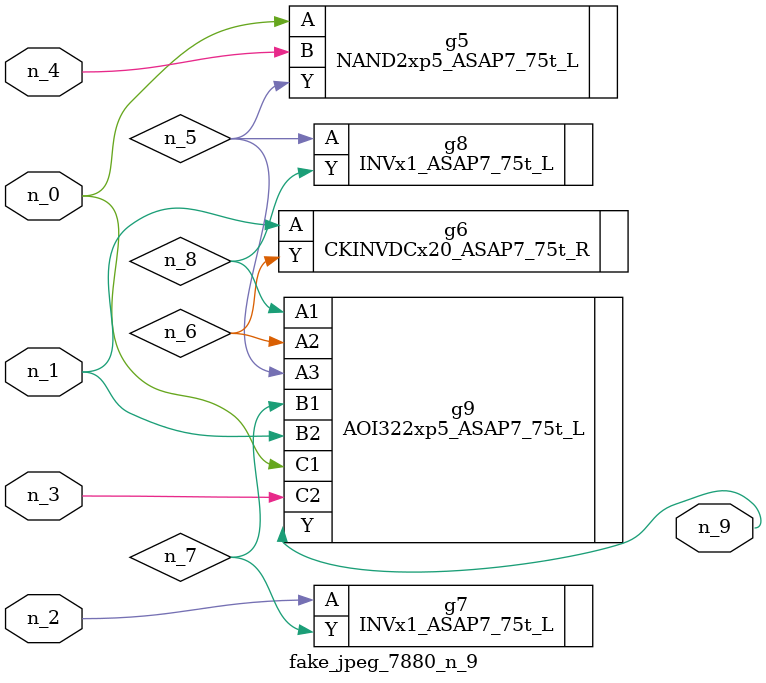
<source format=v>
module fake_jpeg_7880_n_9 (n_3, n_2, n_1, n_0, n_4, n_9);

input n_3;
input n_2;
input n_1;
input n_0;
input n_4;

output n_9;

wire n_8;
wire n_6;
wire n_5;
wire n_7;

NAND2xp5_ASAP7_75t_L g5 ( 
.A(n_0),
.B(n_4),
.Y(n_5)
);

CKINVDCx20_ASAP7_75t_R g6 ( 
.A(n_1),
.Y(n_6)
);

INVx1_ASAP7_75t_L g7 ( 
.A(n_2),
.Y(n_7)
);

INVx1_ASAP7_75t_L g8 ( 
.A(n_5),
.Y(n_8)
);

AOI322xp5_ASAP7_75t_L g9 ( 
.A1(n_8),
.A2(n_6),
.A3(n_5),
.B1(n_7),
.B2(n_1),
.C1(n_0),
.C2(n_3),
.Y(n_9)
);


endmodule
</source>
